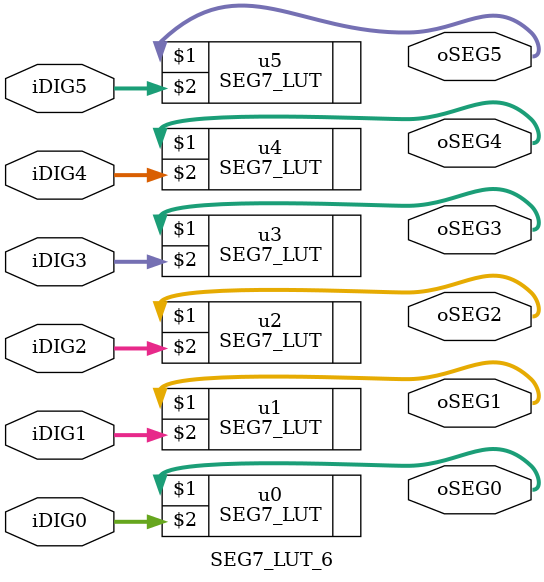
<source format=v>
module SEG7_LUT_6 (	

//input	[23:0]	iDIG;
input	[3:0]	iDIG0,iDIG1,iDIG2,iDIG3,iDIG4,iDIG5,
output	[6:0]	oSEG0,oSEG1,oSEG2,oSEG3,oSEG4,oSEG5
);

SEG7_LUT	u0	(	oSEG0,iDIG0	);
SEG7_LUT	u1	(	oSEG1,iDIG1	);
SEG7_LUT	u2	(	oSEG2,iDIG2	);
SEG7_LUT	u3	(	oSEG3,iDIG3	);
SEG7_LUT	u4	(	oSEG4,iDIG4 );
SEG7_LUT	u5	(	oSEG5,iDIG5	);

/*
SEG7_LUT	u0	(	oSEG0,iDIG[3:0]		);
SEG7_LUT	u1	(	oSEG1,iDIG[7:4]		);
SEG7_LUT	u2	(	oSEG2,iDIG[11:8]	);
SEG7_LUT	u3	(	oSEG3,iDIG[15:12]	);
SEG7_LUT	u4	(	oSEG4,iDIG[19:16]	);
SEG7_LUT	u5	(	oSEG5,iDIG[23:20]	);
*/

endmodule
</source>
